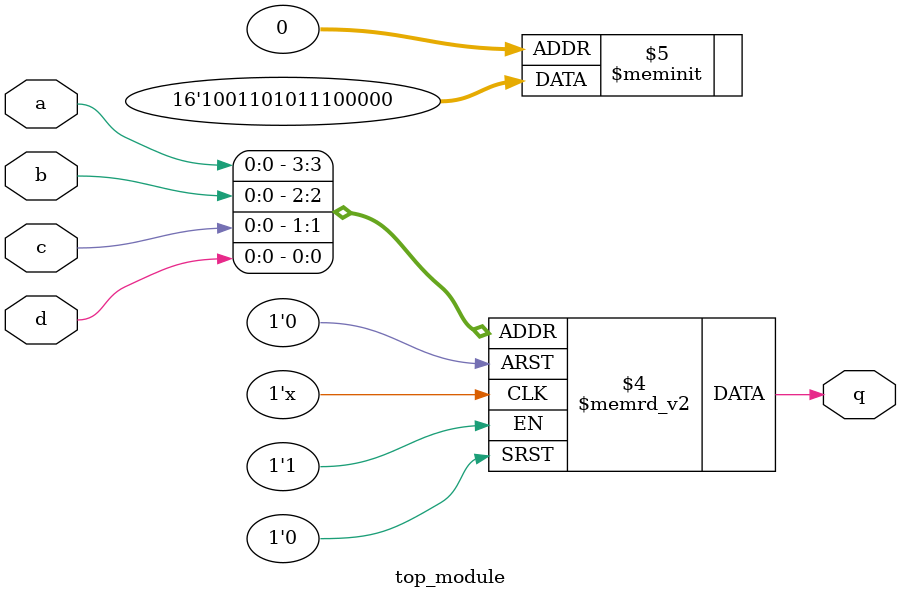
<source format=sv>
module top_module (
  input a, 
  input b, 
  input c, 
  input d,
  output reg q
);

  always @* begin
    case ({a, b, c, d})
      4'b0000 : q = 1'b0;
      4'b0001 : q = 1'b0;
      4'b0010 : q = 1'b0;
      4'b0011 : q = 1'b0;
      4'b0100 : q = 1'b0;
      4'b0101 : q = 1'b1;
      4'b0110 : q = 1'b1;
      4'b0111 : q = 1'b1;
      4'b1000 : q = 1'b0;
      4'b1001 : q = 1'b1;
      4'b1010 : q = 1'b0;
      4'b1011 : q = 1'b1;
      4'b1100 : q = 1'b1;
      4'b1101 : q = 1'b0;
      4'b1110 : q = 1'b0;
      4'b1111 : q = 1'b1;
    endcase
  end

endmodule

</source>
